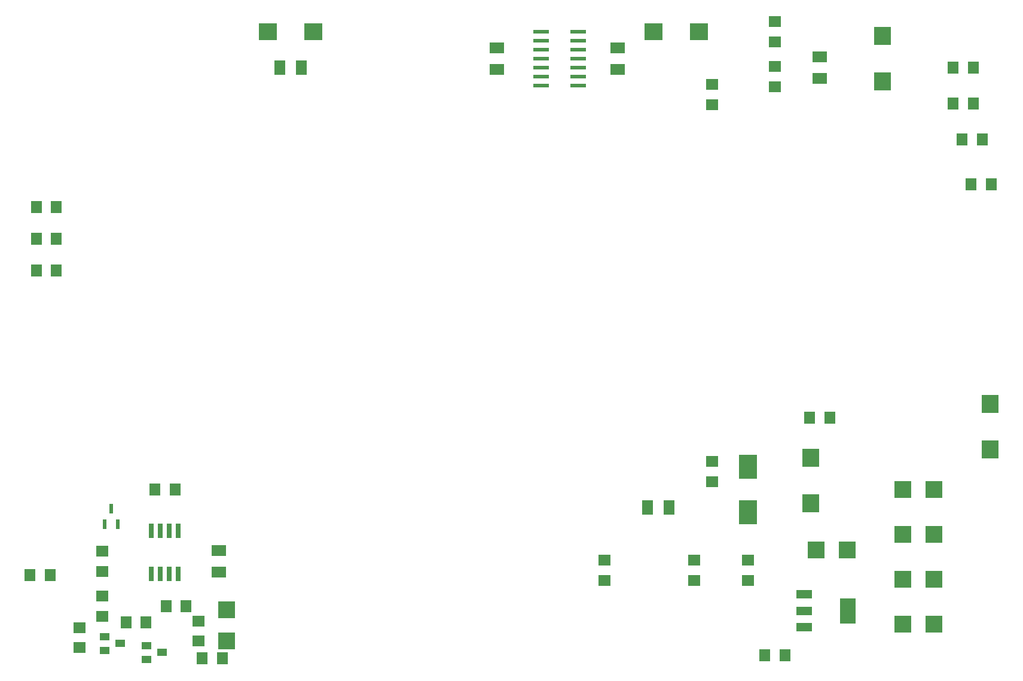
<source format=gtp>
G75*
%MOIN*%
%OFA0B0*%
%FSLAX25Y25*%
%IPPOS*%
%LPD*%
%AMOC8*
5,1,8,0,0,1.08239X$1,22.5*
%
%ADD10R,0.02200X0.05200*%
%ADD11R,0.02000X0.05200*%
%ADD12R,0.07098X0.06299*%
%ADD13R,0.05906X0.07874*%
%ADD14R,0.10236X0.09449*%
%ADD15R,0.09843X0.13780*%
%ADD16R,0.06299X0.07098*%
%ADD17R,0.09449X0.09449*%
%ADD18R,0.09449X0.10236*%
%ADD19R,0.08661X0.02362*%
%ADD20R,0.07874X0.05906*%
%ADD21R,0.02600X0.08000*%
%ADD22R,0.05512X0.03937*%
%ADD23R,0.08800X0.04800*%
%ADD24R,0.08661X0.14173*%
D10*
X0131962Y0166800D03*
X0139362Y0166800D03*
D11*
X0135662Y0175400D03*
D12*
X0118162Y0098002D03*
X0118162Y0109198D03*
X0130662Y0115502D03*
X0130662Y0126698D03*
X0130662Y0140502D03*
X0130662Y0151698D03*
X0184401Y0112809D03*
X0184401Y0101612D03*
X0410662Y0135502D03*
X0410662Y0146698D03*
X0460662Y0146698D03*
X0460662Y0135502D03*
X0490662Y0135502D03*
X0490662Y0146698D03*
X0470662Y0190502D03*
X0470662Y0201698D03*
X0470662Y0400502D03*
X0470662Y0411698D03*
X0505662Y0410502D03*
X0505662Y0421698D03*
X0505662Y0435502D03*
X0505662Y0446698D03*
D13*
X0241567Y0421100D03*
X0229756Y0421100D03*
X0434756Y0176100D03*
X0446567Y0176100D03*
D14*
X0438063Y0441100D03*
X0463260Y0441100D03*
X0248260Y0441100D03*
X0223063Y0441100D03*
D15*
X0490662Y0198895D03*
X0490662Y0173305D03*
D16*
X0525063Y0226100D03*
X0536260Y0226100D03*
X0511260Y0093600D03*
X0500063Y0093600D03*
X0197649Y0092006D03*
X0186452Y0092006D03*
X0155149Y0112173D03*
X0143952Y0112173D03*
X0166174Y0121027D03*
X0177371Y0121027D03*
X0101596Y0138460D03*
X0090399Y0138460D03*
X0160063Y0186100D03*
X0171260Y0186100D03*
X0105096Y0308060D03*
X0093899Y0308060D03*
X0093899Y0325727D03*
X0105096Y0325727D03*
X0105096Y0343394D03*
X0093899Y0343394D03*
X0605063Y0401100D03*
X0616260Y0401100D03*
X0621260Y0381100D03*
X0610063Y0381100D03*
X0615063Y0356100D03*
X0626260Y0356100D03*
X0616260Y0421100D03*
X0605063Y0421100D03*
D17*
X0594323Y0186100D03*
X0577000Y0186100D03*
X0577000Y0161100D03*
X0594323Y0161100D03*
X0594323Y0136100D03*
X0577000Y0136100D03*
X0546081Y0152340D03*
X0528758Y0152340D03*
X0577000Y0111100D03*
X0594323Y0111100D03*
X0200088Y0119019D03*
X0200088Y0101696D03*
D18*
X0525662Y0178502D03*
X0525662Y0203698D03*
X0625662Y0208502D03*
X0625662Y0233698D03*
X0565662Y0413502D03*
X0565662Y0438698D03*
D19*
X0395898Y0441100D03*
X0395898Y0436100D03*
X0395898Y0431100D03*
X0395898Y0426100D03*
X0395898Y0421100D03*
X0395898Y0416100D03*
X0395898Y0411100D03*
X0375425Y0411100D03*
X0375425Y0416100D03*
X0375425Y0421100D03*
X0375425Y0426100D03*
X0375425Y0431100D03*
X0375425Y0436100D03*
X0375425Y0441100D03*
D20*
X0350662Y0432006D03*
X0350662Y0420194D03*
X0418162Y0420194D03*
X0418162Y0432006D03*
X0530662Y0427006D03*
X0530662Y0415194D03*
X0195662Y0152006D03*
X0195662Y0140194D03*
D21*
X0173162Y0139000D03*
X0168162Y0139000D03*
X0163162Y0139000D03*
X0158162Y0139000D03*
X0158162Y0163200D03*
X0163162Y0163200D03*
X0168162Y0163200D03*
X0173162Y0163200D03*
D22*
X0132064Y0104066D03*
X0140726Y0100325D03*
X0132064Y0096585D03*
X0155411Y0099066D03*
X0164072Y0095325D03*
X0155411Y0091585D03*
D23*
X0522092Y0109451D03*
X0522092Y0118551D03*
X0522092Y0127651D03*
D24*
X0546493Y0118551D03*
M02*

</source>
